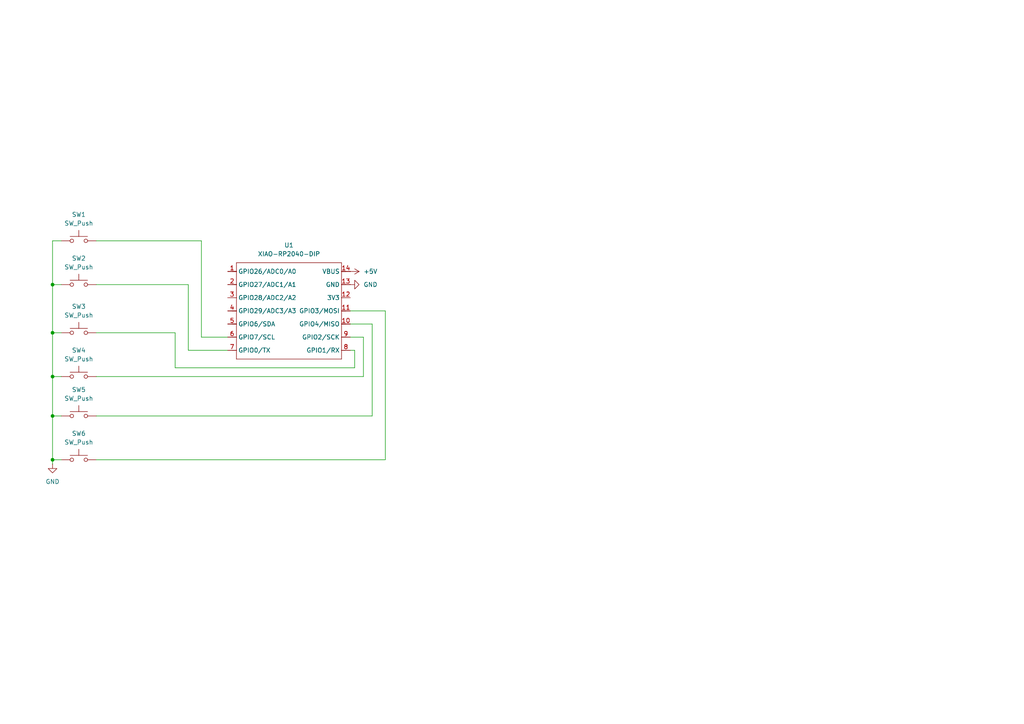
<source format=kicad_sch>
(kicad_sch (version 20250114) (generator "eeschema") (generator_version "9.0")
  (paper "A4")
  (lib_symbols
    (symbol "OPL Library:XIAO-RP2040-DIP"
      (property "Reference" "U" (at 0 0 0))
      (property "Value" "XIAO-RP2040-DIP" (at 5.334 -1.778 0))
      (symbol "XIAO-RP2040-DIP_1_0"
        (polyline (pts (xy -1.27 -2.54) (xy 29.21 -2.54)) (stroke (width 0.1524)))
        (polyline (pts (xy -1.27 -5.08) (xy -2.54 -5.08)) (stroke (width 0.1524)))
        (polyline (pts (xy -1.27 -5.08) (xy -1.27 -2.54)) (stroke (width 0.1524)))
        (polyline (pts (xy -1.27 -8.89) (xy -2.54 -8.89)) (stroke (width 0.1524)))
        (polyline (pts (xy -1.27 -8.89) (xy -1.27 -5.08)) (stroke (width 0.1524)))
        (polyline (pts (xy -1.27 -12.7) (xy -2.54 -12.7)) (stroke (width 0.1524)))
        (polyline (pts (xy -1.27 -12.7) (xy -1.27 -8.89)) (stroke (width 0.1524)))
        (polyline (pts (xy -1.27 -16.51) (xy -2.54 -16.51)) (stroke (width 0.1524)))
        (polyline (pts (xy -1.27 -16.51) (xy -1.27 -12.7)) (stroke (width 0.1524)))
        (polyline (pts (xy -1.27 -20.32) (xy -2.54 -20.32)) (stroke (width 0.1524)))
        (polyline (pts (xy -1.27 -24.13) (xy -2.54 -24.13)) (stroke (width 0.1524)))
        (polyline (pts (xy -1.27 -27.94) (xy -2.54 -27.94)) (stroke (width 0.1524)))
        (polyline (pts (xy -1.27 -30.48) (xy -1.27 -16.51)) (stroke (width 0.1524)))
        (polyline (pts (xy 29.21 -2.54) (xy 29.21 -5.08)) (stroke (width 0.1524)))
        (polyline (pts (xy 29.21 -5.08) (xy 29.21 -8.89)) (stroke (width 0.1524)))
        (polyline (pts (xy 29.21 -8.89) (xy 29.21 -12.7)) (stroke (width 0.1524)))
        (polyline (pts (xy 29.21 -12.7) (xy 29.21 -30.48)) (stroke (width 0.1524)))
        (polyline (pts (xy 29.21 -30.48) (xy -1.27 -30.48)) (stroke (width 0.1524)))
        (polyline (pts (xy 30.48 -5.08) (xy 29.21 -5.08)) (stroke (width 0.1524)))
        (polyline (pts (xy 30.48 -8.89) (xy 29.21 -8.89)) (stroke (width 0.1524)))
        (polyline (pts (xy 30.48 -12.7) (xy 29.21 -12.7)) (stroke (width 0.1524)))
        (polyline (pts (xy 30.48 -16.51) (xy 29.21 -16.51)) (stroke (width 0.1524)))
        (polyline (pts (xy 30.48 -20.32) (xy 29.21 -20.32)) (stroke (width 0.1524)))
        (polyline (pts (xy 30.48 -24.13) (xy 29.21 -24.13)) (stroke (width 0.1524)))
        (polyline (pts (xy 30.48 -27.94) (xy 29.21 -27.94)) (stroke (width 0.1524)))
        (pin passive line (at -3.81 -5.08 0) (length 2.54) (name "GPIO26/ADC0/A0") (number "1"))
        (pin passive line (at -3.81 -8.89 0) (length 2.54) (name "GPIO27/ADC1/A1") (number "2"))
        (pin passive line (at -3.81 -12.7 0) (length 2.54) (name "GPIO28/ADC2/A2") (number "3"))
        (pin passive line (at -3.81 -16.51 0) (length 2.54) (name "GPIO29/ADC3/A3") (number "4"))
        (pin passive line (at -3.81 -20.32 0) (length 2.54) (name "GPIO6/SDA") (number "5"))
        (pin passive line (at -3.81 -24.13 0) (length 2.54) (name "GPIO7/SCL") (number "6"))
        (pin passive line (at -3.81 -27.94 0) (length 2.54) (name "GPIO0/TX") (number "7"))
        (pin passive line (at 31.75 -5.08 180) (length 2.54) (name "VBUS") (number "14"))
        (pin passive line (at 31.75 -8.89 180) (length 2.54) (name "GND") (number "13"))
        (pin passive line (at 31.75 -12.7 180) (length 2.54) (name "3V3") (number "12"))
        (pin passive line (at 31.75 -16.51 180) (length 2.54) (name "GPIO3/MOSI") (number "11"))
        (pin passive line (at 31.75 -20.32 180) (length 2.54) (name "GPIO4/MISO") (number "10"))
        (pin passive line (at 31.75 -24.13 180) (length 2.54) (name "GPIO2/SCK") (number "9"))
        (pin passive line (at 31.75 -27.94 180) (length 2.54) (name "GPIO1/RX") (number "8"))
      )
    )
    (symbol "Switch:SW_Push" (pin_numbers (hide yes)) (pin_names (offset 1.016) (hide yes))
      (property "Reference" "SW" (at 1.27 2.54 0))
      (property "Value" "SW_Push" (at 0 -1.524 0))
      (symbol "SW_Push_0_1"
        (circle (center -2.032 0) (radius 0.508))
        (polyline (pts (xy 0 1.27) (xy 0 3.048)))
        (circle (center 2.032 0) (radius 0.508))
        (polyline (pts (xy 2.54 1.27) (xy -2.54 1.27)))
        (pin passive line (at -5.08 0 0) (length 2.54) (name "1") (number "1"))
        (pin passive line (at 5.08 0 180) (length 2.54) (name "2") (number "2"))
      )
    )
    (symbol "power:+5V" (power) (pin_numbers (hide yes)) (pin_names (offset 0) (hide yes))
      (property "Value" "+5V" (at 0 3.556 0))
      (symbol "+5V_0_1"
        (polyline (pts (xy -0.762 1.27) (xy 0 2.54)))
        (polyline (pts (xy 0 2.54) (xy 0.762 1.27)))
        (polyline (pts (xy 0 0) (xy 0 2.54)))
      )
      (symbol "+5V_1_1"
        (pin power_in line (at 0 0 90) (length 0) (name "~") (number "1"))
      )
    )
    (symbol "power:GND" (power) (pin_numbers (hide yes)) (pin_names (offset 0) (hide yes))
      (property "Value" "GND" (at 0 -3.81 0))
      (symbol "GND_0_1"
        (polyline (pts (xy 0 0) (xy 0 -1.27) (xy 1.27 -1.27) (xy 0 -2.54) (xy -1.27 -1.27) (xy 0 -1.27)))
      )
      (symbol "GND_1_1"
        (pin power_in line (at 0 0 270) (length 0) (name "~") (number "1"))
      )
    )
  )
  (junction (at 15.24 120.65))
  (junction (at 15.24 109.22))
  (junction (at 15.24 133.35))
  (junction (at 15.24 96.52))
  (junction (at 15.24 82.55))
  (wire (pts (xy 105.41 97.79) (xy 101.6 97.79)))
  (wire (pts (xy 54.61 101.6) (xy 66.04 101.6)))
  (wire (pts (xy 27.94 120.65) (xy 107.95 120.65)))
  (wire (pts (xy 27.94 96.52) (xy 50.8 96.52)))
  (wire (pts (xy 15.24 120.65) (xy 17.78 120.65)))
  (wire (pts (xy 58.42 69.85) (xy 58.42 97.79)))
  (wire (pts (xy 27.94 69.85) (xy 58.42 69.85)))
  (wire (pts (xy 15.24 69.85) (xy 15.24 82.55)))
  (wire (pts (xy 50.8 106.68) (xy 102.87 106.68)))
  (wire (pts (xy 107.95 93.98) (xy 107.95 120.65)))
  (wire (pts (xy 27.94 82.55) (xy 54.61 82.55)))
  (wire (pts (xy 101.6 90.17) (xy 111.76 90.17)))
  (wire (pts (xy 54.61 82.55) (xy 54.61 101.6)))
  (wire (pts (xy 15.24 109.22) (xy 15.24 120.65)))
  (wire (pts (xy 50.8 96.52) (xy 50.8 106.68)))
  (wire (pts (xy 15.24 133.35) (xy 17.78 133.35)))
  (wire (pts (xy 111.76 90.17) (xy 111.76 133.35)))
  (wire (pts (xy 105.41 109.22) (xy 105.41 97.79)))
  (wire (pts (xy 102.87 106.68) (xy 102.87 101.6)))
  (wire (pts (xy 15.24 96.52) (xy 15.24 109.22)))
  (wire (pts (xy 15.24 82.55) (xy 15.24 96.52)))
  (wire (pts (xy 15.24 82.55) (xy 17.78 82.55)))
  (wire (pts (xy 58.42 97.79) (xy 66.04 97.79)))
  (wire (pts (xy 101.6 93.98) (xy 107.95 93.98)))
  (wire (pts (xy 15.24 96.52) (xy 17.78 96.52)))
  (wire (pts (xy 15.24 134.62) (xy 15.24 133.35)))
  (wire (pts (xy 15.24 109.22) (xy 17.78 109.22)))
  (wire (pts (xy 27.94 109.22) (xy 105.41 109.22)))
  (wire (pts (xy 102.87 101.6) (xy 101.6 101.6)))
  (wire (pts (xy 15.24 120.65) (xy 15.24 133.35)))
  (wire (pts (xy 111.76 133.35) (xy 27.94 133.35)))
  (wire (pts (xy 17.78 69.85) (xy 15.24 69.85)))
  (symbol (lib_id "power:GND") (at 15.24 134.62 0) (unit 1)
    (property "Reference" "#PWR05" (effects (hide yes)))
    (property "Value" "GND" (at 15.24 139.7 0))
    (property "Description" "Power symbol creates a global label with name \"GND\" , ground" (effects (hide yes)))
  )
  (symbol (lib_id "Switch:SW_Push") (at 22.86 133.35 0) (unit 1)
    (property "Reference" "SW6" (at 22.86 125.73 0))
    (property "Value" "SW_Push" (at 22.86 128.27 0))
    (property "Footprint" "Button_Switch_Keyboard:SW_Cherry_MX_1.00u_PCB" (effects (hide yes)))
    (property "Description" "Push button switch, generic, two pins" (effects (hide yes)))
  )
  (symbol (lib_id "OPL Library:XIAO-RP2040-DIP") (at 69.85 73.66 0) (unit 1)
    (property "Reference" "U1" (at 83.82 71.12 0))
    (property "Value" "XIAO-RP2040-DIP" (at 83.82 73.66 0))
    (property "Footprint" "OPL Library:XIAO-RP2040-DIP" (effects (hide yes)))
  )
  (symbol (lib_id "Switch:SW_Push") (at 22.86 120.65 0) (unit 1)
    (property "Reference" "SW5" (at 22.86 113.03 0))
    (property "Value" "SW_Push" (at 22.86 115.57 0))
    (property "Footprint" "Button_Switch_Keyboard:SW_Cherry_MX_1.00u_PCB" (effects (hide yes)))
    (property "Description" "Push button switch, generic, two pins" (effects (hide yes)))
  )
  (symbol (lib_id "Switch:SW_Push") (at 22.86 82.55 0) (unit 1)
    (property "Reference" "SW2" (at 22.86 74.93 0))
    (property "Value" "SW_Push" (at 22.86 77.47 0))
    (property "Footprint" "Button_Switch_Keyboard:SW_Cherry_MX_1.00u_PCB" (effects (hide yes)))
    (property "Description" "Push button switch, generic, two pins" (effects (hide yes)))
  )
  (symbol (lib_id "power:+5V") (at 101.6 78.74 270) (unit 1)
    (property "Reference" "#PWR02" (effects (hide yes)))
    (property "Value" "+5V" (at 105.41 78.7399 90) (effects (justify left)))
    (property "Description" "Power symbol creates a global label with name \"+5V\"" (effects (hide yes)))
  )
  (symbol (lib_id "Switch:SW_Push") (at 22.86 69.85 0) (unit 1)
    (property "Reference" "SW1" (at 22.86 62.23 0))
    (property "Value" "SW_Push" (at 22.86 64.77 0))
    (property "Footprint" "Button_Switch_Keyboard:SW_Cherry_MX_1.00u_PCB" (effects (hide yes)))
    (property "Description" "Push button switch, generic, two pins" (effects (hide yes)))
  )
  (symbol (lib_id "power:GND") (at 101.6 82.55 90) (unit 1)
    (property "Reference" "#PWR03" (effects (hide yes)))
    (property "Value" "GND" (at 105.41 82.5499 90) (effects (justify right)))
    (property "Description" "Power symbol creates a global label with name \"GND\" , ground" (effects (hide yes)))
  )
  (symbol (lib_id "Switch:SW_Push") (at 22.86 109.22 0) (unit 1)
    (property "Reference" "SW4" (at 22.86 101.6 0))
    (property "Value" "SW_Push" (at 22.86 104.14 0))
    (property "Footprint" "Button_Switch_Keyboard:SW_Cherry_MX_1.00u_PCB" (effects (hide yes)))
    (property "Description" "Push button switch, generic, two pins" (effects (hide yes)))
  )
  (symbol (lib_id "Switch:SW_Push") (at 22.86 96.52 0) (unit 1)
    (property "Reference" "SW3" (at 22.86 88.9 0))
    (property "Value" "SW_Push" (at 22.86 91.44 0))
    (property "Footprint" "Button_Switch_Keyboard:SW_Cherry_MX_1.00u_PCB" (effects (hide yes)))
    (property "Description" "Push button switch, generic, two pins" (effects (hide yes)))
  )
)
</source>
